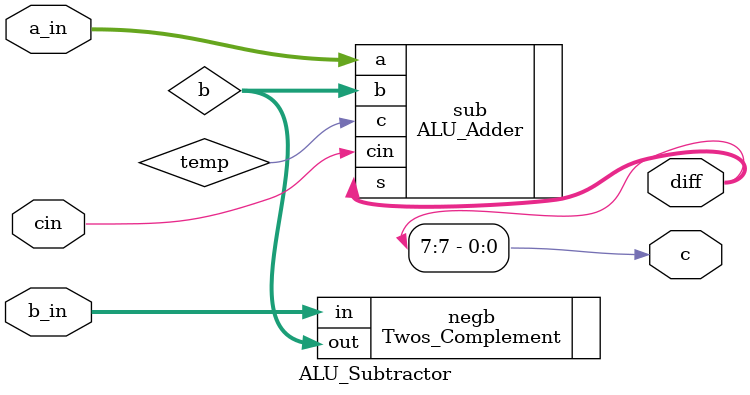
<source format=v>
`timescale 1ns / 1ps


module  ALU_Subtractor #(parameter SIZE = 8) (a_in, b_in, cin, diff, c);
    input [SIZE-1:0] a_in;
    input [SIZE-1:0] b_in;
    input cin;
    output [SIZE-1:0] diff;
    output c;
    
    wire [SIZE-1:0] carry;
    wire [SIZE-1:0] b;
    wire temp;

    initial begin
        $monitor("a_in = %b, b_in = %b, cin = %b, diff = %b, c = %b", a_in, b_in, cin, diff, c);
    end

    Twos_Complement #(.SIZE(SIZE)) negb(.in(b_in), .out(b));

	ALU_Adder #(.SIZE(SIZE)) sub(.a(a_in), .b(b), .cin(cin), .s(diff), .c(temp));

    assign c = diff[SIZE-1];

endmodule

</source>
